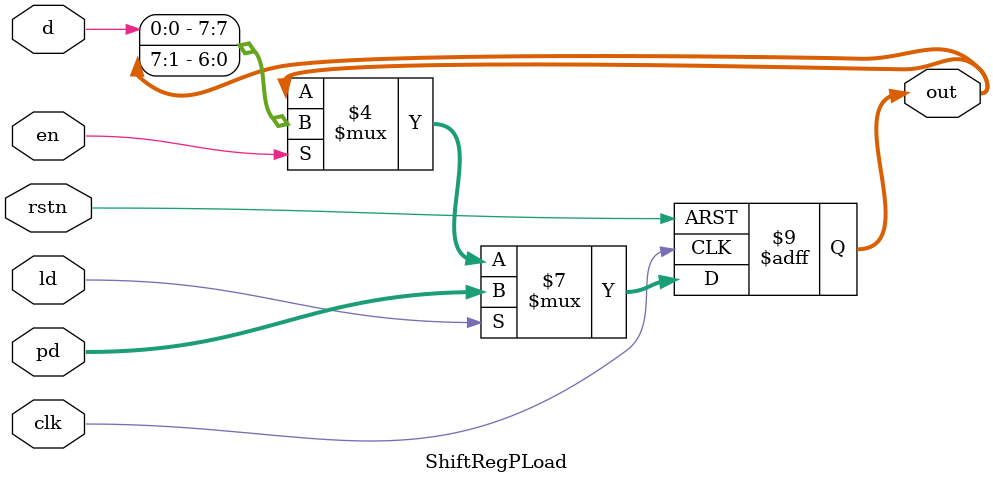
<source format=sv>
`timescale 1ns / 1ps

module ShiftRegPLoad #(parameter N=8) (  
    input d,               // Declare input for data to the first flop in the shift register
    input clk,             // Declare input for clock to all flops in the shift register
    input en,              // Declare input for enable to switch the shift register on/off
    input [N-1:0] pd,      // Declare input for parallel input data
    input ld,              // Declare input to load pd vector
    input rstn,            // Declare input to reset the register to a default value
    output reg [N-1:0] out // Declare output to read out the current value of all flops in this register
  );


  // This always block will "always" be triggered on the rising edge of clock
  // Once it enters the block, it will first check to see if reset is 0 and if yes then reset register
  // If no, then check to see if the shift register is enabled
  // If no => maintain previous output. If yes, then shift based on the requested direction
  always_ff @ (posedge clk or negedge rstn)
  begin
    if (!rstn)
      out <= 0;
    else 
    begin
      if (ld)
        out <= pd;            
      else if (en)
        out <= {d, out[N-1:1]};
      else
        out <= out;
    end
  end
endmodule

</source>
